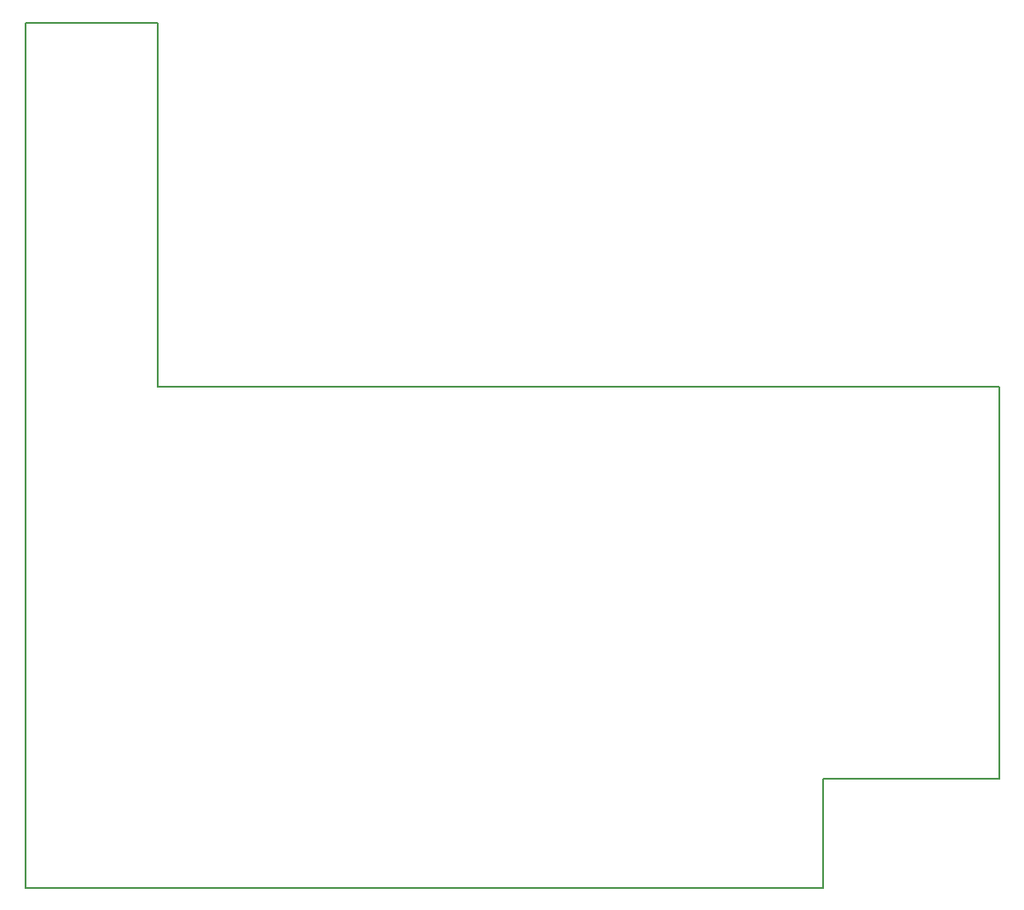
<source format=gm1>
G04 #@! TF.GenerationSoftware,KiCad,Pcbnew,(6.0.9)*
G04 #@! TF.CreationDate,2022-12-13T11:15:51-07:00*
G04 #@! TF.ProjectId,Thermostat1,54686572-6d6f-4737-9461-74312e6b6963,rev?*
G04 #@! TF.SameCoordinates,Original*
G04 #@! TF.FileFunction,Profile,NP*
%FSLAX46Y46*%
G04 Gerber Fmt 4.6, Leading zero omitted, Abs format (unit mm)*
G04 Created by KiCad (PCBNEW (6.0.9)) date 2022-12-13 11:15:51*
%MOMM*%
%LPD*%
G01*
G04 APERTURE LIST*
G04 #@! TA.AperFunction,Profile*
%ADD10C,0.150000*%
G04 #@! TD*
G04 APERTURE END LIST*
D10*
X118999000Y-98044000D02*
X102057200Y-98044000D01*
X38176200Y-60375800D02*
X118999000Y-60375800D01*
X25400000Y-25400000D02*
X38176200Y-25400000D01*
X38176200Y-25400000D02*
X38176200Y-60375800D01*
X102057200Y-108534200D02*
X25400000Y-108534200D01*
X25400000Y-108534200D02*
X25400000Y-25400000D01*
X118999000Y-60375800D02*
X118999000Y-98044000D01*
X102057200Y-98044000D02*
X102057200Y-108534200D01*
M02*

</source>
